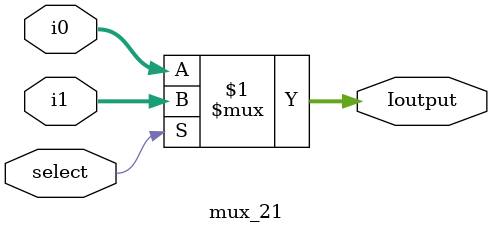
<source format=v>
module mux_21 (i0, i1, select ,Ioutput);
input [4:0] i0,i1;
input select;
output [4:0] Ioutput;
assign Ioutput = select ? i1 :i0;
endmodule

</source>
